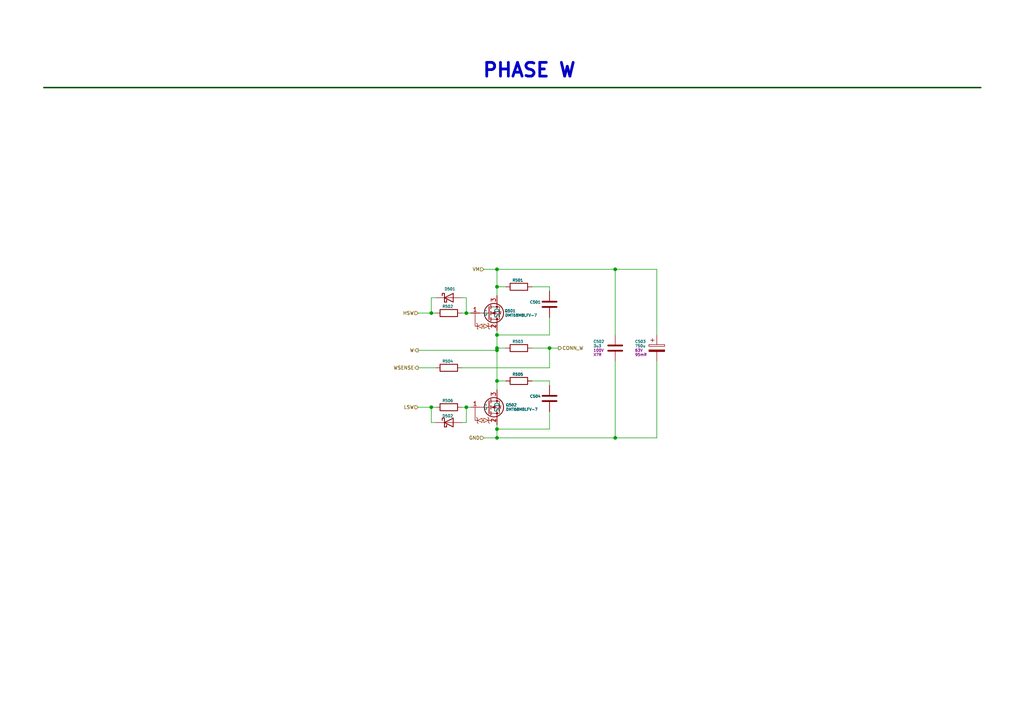
<source format=kicad_sch>
(kicad_sch (version 20211123) (generator eeschema)
  (paper "A4")
  (title_block (title "TMC6200-TA-T Eval Board") (date "2021-09-03") (rev "${REVISION}") (company "${COMPANY}") (comment 1 "${ENGINEER}") (comment 2 "${PHONE_NUMBER}") (comment 3 "${EMAIL}") (comment 4 "${SENTENCE}"))
  (lib_symbols
    (symbol "Device:C" (pin_numbers hide) (pin_names (offset 0.254))
      (property "Reference" "C" (at 0.635 2.54 0))
      (property "Value" "C" (at 0.635 -2.54 0))
      (symbol "C_0_1"
        (polyline (pts (xy -2.032 -0.762) (xy 2.032 -0.762)) (stroke (width 0.508)))
        (polyline (pts (xy -2.032 0.762) (xy 2.032 0.762)) (stroke (width 0.508)))
      )
      (symbol "C_1_1"
        (pin passive line (at 0 3.81 270) (length 2.794) (name "~") (number "1"))
        (pin passive line (at 0 -3.81 90) (length 2.794) (name "~") (number "2"))
      )
    )
    (symbol "Device:CP" (pin_numbers hide) (pin_names (offset 0.254))
      (property "Reference" "C" (at 0.635 2.54 0))
      (property "Value" "Device_CP" (at 0.635 -2.54 0))
      (symbol "CP_0_1"
        (rectangle (start -2.286 0.508) (end 2.286 1.016))
        (polyline (pts (xy -1.778 2.286) (xy -0.762 2.286)))
        (polyline (pts (xy -1.27 2.794) (xy -1.27 1.778)))
        (rectangle (start 2.286 -0.508) (end -2.286 -1.016) (fill (type outline)))
      )
      (symbol "CP_1_1"
        (pin passive line (at 0 3.81 270) (length 2.794) (name "~") (number "1"))
        (pin passive line (at 0 -3.81 90) (length 2.794) (name "~") (number "2"))
      )
    )
    (symbol "Device:D_Schottky" (pin_numbers hide) (pin_names (offset 1.016) hide)
      (property "Reference" "D" (at 0 2.54 0))
      (property "Value" "D_Schottky" (at 0 -2.54 0))
      (symbol "D_Schottky_0_1"
        (polyline (pts (xy 1.27 0) (xy -1.27 0)))
        (polyline (pts (xy 1.27 1.27) (xy 1.27 -1.27) (xy -1.27 0) (xy 1.27 1.27)) (stroke (width 0.254)))
        (polyline (pts (xy -1.905 0.635) (xy -1.905 1.27) (xy -1.27 1.27) (xy -1.27 -1.27) (xy -0.635 -1.27) (xy -0.635 -0.635)) (stroke (width 0.254)))
      )
      (symbol "D_Schottky_1_1"
        (pin passive line (at -3.81 0 0) (length 2.54) (name "K") (number "1"))
        (pin passive line (at 3.81 0 180) (length 2.54) (name "A") (number "2"))
      )
    )
    (symbol "Device:R" (pin_numbers hide) (pin_names (offset 0))
      (property "Reference" "R" (at 2.032 0 90))
      (property "Value" "R" (at 0 0 90))
      (symbol "R_0_1"
        (rectangle (start -1.016 -2.54) (end 1.016 2.54) (stroke (width 0.254)))
      )
      (symbol "R_1_1"
        (pin passive line (at 0 3.81 270) (length 1.27) (name "~") (number "1"))
        (pin passive line (at 0 -3.81 90) (length 1.27) (name "~") (number "2"))
      )
    )
    (symbol "eval_board_tmc6200-ta:DMT68M8LFV-7" (pin_names (offset 1.016))
      (property "Reference" "Q" (at 2.54 3.81 0))
      (property "Value" "DMT68M8LFV-7" (at 8.89 -3.81 0))
      (symbol "DMT68M8LFV-7_0_1"
        (polyline (pts (xy -4.191 -3.81) (xy -3.937 -3.81)))
        (polyline (pts (xy -2.413 -4.445) (xy -2.159 -4.699)))
        (polyline (pts (xy -2.413 -3.175) (xy -2.413 -4.445)))
        (polyline (pts (xy -2.286 -3.81) (xy -0.127 -3.81)))
        (polyline (pts (xy -6.35 0) (xy -6.35 -3.81) (xy -5.842 -3.81)))
        (polyline (pts (xy -4.318 -3.175) (xy -4.318 -4.445) (xy -5.588 -3.81) (xy -4.318 -3.175)) (fill (type background)))
      )
      (symbol "DMT68M8LFV-7_1_1"
        (circle (center -0.889 0) (radius 2.794) (stroke (width 0.254)))
        (circle (center 0 -1.778) (radius 0.254) (fill (type outline)))
        (polyline (pts (xy -5.969 -2.921) (xy -5.715 -3.175)))
        (polyline (pts (xy -5.715 -4.445) (xy -5.461 -4.699)))
        (polyline (pts (xy -5.715 -3.175) (xy -5.715 -4.445)))
        (polyline (pts (xy -2.667 -2.921) (xy -2.413 -3.175)))
        (polyline (pts (xy -2.286 0) (xy -5.08 0)))
        (polyline (pts (xy -2.286 1.905) (xy -2.286 -1.905)) (stroke (width 0.254)))
        (polyline (pts (xy -1.778 -1.27) (xy -1.778 -2.286)) (stroke (width 0.254)))
        (polyline (pts (xy -1.778 0.508) (xy -1.778 -0.508)) (stroke (width 0.254)))
        (polyline (pts (xy -1.778 2.286) (xy -1.778 1.27)) (stroke (width 0.254)))
        (polyline (pts (xy 0 2.54) (xy 0 1.778)))
        (polyline (pts (xy 0 -2.54) (xy 0 0) (xy -1.778 0)))
        (polyline (pts (xy -3.81 -3.175) (xy -3.81 -4.445) (xy -2.54 -3.81) (xy -3.81 -3.175)) (fill (type background)))
        (polyline (pts (xy -1.778 -1.778) (xy 0.762 -1.778) (xy 0.762 1.778) (xy -1.778 1.778)))
        (polyline (pts (xy -1.524 0) (xy -0.508 0.381) (xy -0.508 -0.381) (xy -1.524 0)) (fill (type outline)))
        (polyline (pts (xy 0.254 0.508) (xy 0.381 0.381) (xy 1.143 0.381) (xy 1.27 0.254)))
        (polyline (pts (xy 0.762 0.381) (xy 0.381 -0.254) (xy 1.143 -0.254) (xy 0.762 0.381)))
        (circle (center 0 1.778) (radius 0.254) (fill (type outline)))
        (pin input line (at -7.62 0 0) (length 2.54) (name "G") (number "1"))
        (pin passive line (at 0 -5.08 90) (length 2.54) (name "S") (number "2"))
        (pin passive line (at 0 5.08 270) (length 2.54) (name "D") (number "3"))
      )
    )
  )
  (junction (at 144.145 83.185))
  (junction (at 144.145 124.46))
  (junction (at 178.435 78.105))
  (junction (at 144.145 97.155))
  (junction (at 125.095 90.805))
  (junction (at 144.145 100.965))
  (junction (at 135.255 90.805))
  (junction (at 144.145 110.49))
  (junction (at 178.435 127))
  (junction (at 144.145 127))
  (junction (at 135.255 118.11))
  (junction (at 144.145 78.105))
  (junction (at 144.145 101.6))
  (junction (at 159.385 100.965))
  (junction (at 125.095 118.11))
  (wire (pts (xy 144.145 101.6) (xy 121.285 101.6)))
  (wire (pts (xy 135.255 122.555) (xy 135.255 118.11)))
  (wire (pts (xy 146.685 110.49) (xy 144.145 110.49)))
  (wire (pts (xy 190.5 104.775) (xy 190.5 127)))
  (wire (pts (xy 144.145 78.105) (xy 144.145 83.185)))
  (wire (pts (xy 133.985 90.805) (xy 135.255 90.805)))
  (wire (pts (xy 159.385 97.155) (xy 144.145 97.155)))
  (wire (pts (xy 144.145 83.185) (xy 144.145 85.725)))
  (wire (pts (xy 126.365 86.36) (xy 125.095 86.36)))
  (wire (pts (xy 133.985 86.36) (xy 135.255 86.36)))
  (wire (pts (xy 140.335 78.105) (xy 144.145 78.105)))
  (wire (pts (xy 125.095 86.36) (xy 125.095 90.805)))
  (wire (pts (xy 144.145 100.965) (xy 144.145 101.6)))
  (wire (pts (xy 144.145 97.155) (xy 144.145 100.965)))
  (wire (pts (xy 159.385 100.965) (xy 161.925 100.965)))
  (wire (pts (xy 144.145 110.49) (xy 144.145 113.03)))
  (wire (pts (xy 133.985 118.11) (xy 135.255 118.11)))
  (wire (pts (xy 126.365 118.11) (xy 125.095 118.11)))
  (wire (pts (xy 159.385 106.68) (xy 133.985 106.68)))
  (wire (pts (xy 178.435 78.105) (xy 178.435 97.155)))
  (wire (pts (xy 159.385 100.965) (xy 159.385 106.68)))
  (wire (pts (xy 159.385 110.49) (xy 159.385 111.76)))
  (wire (pts (xy 178.435 104.775) (xy 178.435 127)))
  (wire (pts (xy 125.095 90.805) (xy 121.285 90.805)))
  (wire (pts (xy 135.255 90.805) (xy 136.525 90.805)))
  (wire (pts (xy 190.5 78.105) (xy 178.435 78.105)))
  (wire (pts (xy 126.365 122.555) (xy 125.095 122.555)))
  (wire (pts (xy 159.385 92.075) (xy 159.385 97.155)))
  (wire (pts (xy 190.5 78.105) (xy 190.5 97.155)))
  (wire (pts (xy 144.145 123.19) (xy 144.145 124.46)))
  (wire (pts (xy 126.365 106.68) (xy 121.285 106.68)))
  (wire (pts (xy 178.435 127) (xy 144.145 127)))
  (wire (pts (xy 159.385 124.46) (xy 159.385 119.38)))
  (wire (pts (xy 125.095 122.555) (xy 125.095 118.11)))
  (wire (pts (xy 135.255 86.36) (xy 135.255 90.805)))
  (wire (pts (xy 144.145 78.105) (xy 178.435 78.105)))
  (polyline (pts (xy 12.7 25.4) (xy 284.48 25.4)) (stroke (width 0.4064) (type solid) (color 0 72 0 1)))
  (wire (pts (xy 154.305 110.49) (xy 159.385 110.49)))
  (wire (pts (xy 144.145 127) (xy 140.335 127)))
  (wire (pts (xy 146.685 83.185) (xy 144.145 83.185)))
  (wire (pts (xy 144.145 100.965) (xy 146.685 100.965)))
  (wire (pts (xy 126.365 90.805) (xy 125.095 90.805)))
  (wire (pts (xy 159.385 83.185) (xy 159.385 84.455)))
  (wire (pts (xy 154.305 100.965) (xy 159.385 100.965)))
  (wire (pts (xy 135.255 118.11) (xy 136.525 118.11)))
  (wire (pts (xy 144.145 101.6) (xy 144.145 110.49)))
  (wire (pts (xy 144.145 97.155) (xy 144.145 95.885)))
  (wire (pts (xy 144.145 124.46) (xy 159.385 124.46)))
  (wire (pts (xy 154.305 83.185) (xy 159.385 83.185)))
  (wire (pts (xy 144.145 124.46) (xy 144.145 127)))
  (wire (pts (xy 133.985 122.555) (xy 135.255 122.555)))
  (wire (pts (xy 125.095 118.11) (xy 121.285 118.11)))
  (wire (pts (xy 190.5 127) (xy 178.435 127)))
  (text "PHASE W" (at 139.7 22.86 0) (effects (font (size 3.9878 3.9878) (thickness 0.7976) bold) (justify left bottom)))
  (hierarchical_label "WSENSE" (shape output) (at 121.285 106.68 180) (effects (font (size 0.9906 0.9906))))
  (hierarchical_label "W" (shape output) (at 121.285 101.6 180) (effects (font (size 0.9906 0.9906))))
  (hierarchical_label "HSW" (shape input) (at 121.285 90.805 180) (effects (font (size 0.9906 0.9906))))
  (hierarchical_label "VM" (shape input) (at 140.335 78.105 180) (effects (font (size 0.9906 0.9906))))
  (hierarchical_label "CONN_W" (shape output) (at 161.925 100.965 0) (effects (font (size 0.9906 0.9906))))
  (hierarchical_label "LSW" (shape input) (at 121.285 118.11 180) (effects (font (size 0.9906 0.9906))))
  (hierarchical_label "GND" (shape input) (at 140.335 127 180) (effects (font (size 0.9906 0.9906))))
  (symbol (lib_id "Device:D_Schottky") (at 130.175 122.555 0) (unit 1)
    (property "Reference" "D502" (at 128.27 120.65 0) (effects (font (size 0.7874 0.7874)) (justify left)))
    (property "Value" "D_Schottky" (effects hide))
    (property "Footprint" "Diode_SMD:D_SOD-123" (effects hide))
  )
  (symbol (lib_id "Device:C") (at 178.435 100.965 180) (unit 1)
    (property "Reference" "C502" (at 172.085 99.06 0) (effects (font (size 0.7874 0.7874)) (justify right)))
    (property "Value" "3u3" (at 172.085 100.33 0) (effects (font (size 0.7874 0.7874)) (justify right)))
    (property "Footprint" "Capacitor_SMD:C_1812_4532Metric" (effects hide))
    (property "Datasheet" "https://pl.mouser.com/datasheet/2/212/KEM_C1002_X7R_SMD-1102033.pdf" (effects hide))
    (property "Manufacturer" "KEMET" (effects hide))
    (property "Package" "1812" (effects hide))
    (property "Part Number" "C1812C335K1RACTU" (effects hide))
    (property "Description" "Multilayer Ceramic Capacitors MLCC - SMD/SMT 100volts 3.3uF 10% X7R" (effects hide))
    (property "DC Voltage" "100V" (at 172.085 101.6 0) (effects (font (size 0.7874 0.7874)) (justify right)))
    (property "Isolation Material" "X7R" (at 172.085 102.87 0) (effects (font (size 0.7874 0.7874)) (justify right)))
    (property "Tolerance" "10%" (effects hide))
    (property "Class" "Class 2" (effects hide))
  )
  (symbol (lib_id "eval_board_tmc6200-ta:DMT68M8LFV-7") (at 144.145 90.805 0) (unit 1)
    (property "Reference" "Q501" (at 147.955 90.17 0) (effects (font (size 0.7874 0.7874))))
    (property "Value" "DMT68M8LFV-7" (at 151.13 91.44 0) (effects (font (size 0.7874 0.7874))))
    (property "Footprint" "eval_board_tmc6200-ta:DMT68M8LFV-7_PowerDI5060-8" (effects hide))
    (property "Datasheet" "https://pl.mouser.com/datasheet/2/115/diodes_inc_diod-s-a0007810738-1-1749126.pdf" (effects hide))
  )
  (symbol (lib_id "Device:CP") (at 190.5 100.965 0) (unit 1)
    (property "Reference" "C503" (at 184.15 99.06 0) (effects (font (size 0.7874 0.7874)) (justify left)))
    (property "Value" "750u" (at 184.15 100.33 0) (effects (font (size 0.7874 0.7874)) (justify left)))
    (property "Footprint" "Capacitor_SMD:CP_Elec_18x17.5" (effects hide))
    (property "Datasheet" "https://pl.mouser.com/datasheet/2/315/RDE0000C1255-1308107.pdf" (effects hide))
    (property "Manufacturer" "Panasonic" (effects hide))
    (property "Package" "NA" (effects hide))
    (property "Part Number" "EEE-TP1J751V" (effects hide))
    (property "Description" "Aluminum Electrolytic Capacitors - SMD 63VDC 750uF 20% SMD AEC-Q200 Vibe Proof " (effects hide))
    (property "DC Voltage" "63V" (at 184.15 101.6 0) (effects (font (size 0.7874 0.7874)) (justify left)))
    (property "ESR" "95mR" (at 184.15 102.87 0) (effects (font (size 0.7874 0.7874)) (justify left)))
    (property "Tolerance" "20%" (effects hide))
    (property "Class" "Electrolytic Capacitors " (effects hide))
  )
  (symbol (lib_id "Device:R") (at 130.175 118.11 270) (unit 1)
    (property "Reference" "R506" (at 128.27 116.205 90) (effects (font (size 0.7874 0.7874)) (justify left)))
    (property "Value" "R" (effects hide))
    (property "Footprint" "Resistor_SMD:R_0402_1005Metric" (effects hide))
  )
  (symbol (lib_id "eval_board_tmc6200-ta:DMT68M8LFV-7") (at 144.145 118.11 0) (unit 1)
    (property "Reference" "Q502" (at 146.685 117.475 0) (effects (font (size 0.7874 0.7874)) (justify left)))
    (property "Value" "DMT68M8LFV-7" (at 146.685 118.745 0) (effects (font (size 0.7874 0.7874)) (justify left)))
    (property "Footprint" "eval_board_tmc6200-ta:DMT68M8LFV-7_PowerDI5060-8" (effects hide))
    (property "Datasheet" "https://pl.mouser.com/datasheet/2/115/diodes_inc_diod-s-a0007810738-1-1749126.pdf" (effects hide))
  )
  (symbol (lib_id "Device:D_Schottky") (at 130.175 86.36 0) (unit 1)
    (property "Reference" "D501" (at 128.905 83.82 0) (effects (font (size 0.7874 0.7874)) (justify left)))
    (property "Value" "D_Schottky" (effects hide))
    (property "Footprint" "Diode_SMD:D_SOD-123" (effects hide))
  )
  (symbol (lib_id "Device:R") (at 130.175 106.68 270) (unit 1)
    (property "Reference" "R504" (at 128.27 104.775 90) (effects (font (size 0.7874 0.7874)) (justify left)))
    (property "Value" "R" (effects hide))
    (property "Footprint" "Resistor_SMD:R_0402_1005Metric" (effects hide))
  )
  (symbol (lib_id "Device:R") (at 150.495 83.185 270) (unit 1)
    (property "Reference" "R501" (at 148.59 81.28 90) (effects (font (size 0.7874 0.7874)) (justify left)))
    (property "Value" "R" (effects hide))
    (property "Footprint" "Resistor_SMD:R_0402_1005Metric" (effects hide))
  )
  (symbol (lib_id "Device:C") (at 159.385 88.265 180) (unit 1)
    (property "Reference" "C501" (at 153.67 87.63 0) (effects (font (size 0.7874 0.7874)) (justify right)))
    (property "Value" "C" (effects hide))
    (property "Footprint" "Capacitor_SMD:C_0402_1005Metric" (effects hide))
  )
  (symbol (lib_id "Device:R") (at 150.495 100.965 270) (unit 1)
    (property "Reference" "R503" (at 148.59 99.06 90) (effects (font (size 0.7874 0.7874)) (justify left)))
    (property "Value" "R" (effects hide))
    (property "Footprint" "Resistor_SMD:R_1210_3225Metric" (effects hide))
  )
  (symbol (lib_id "Device:R") (at 130.175 90.805 270) (unit 1)
    (property "Reference" "R502" (at 128.27 88.9 90) (effects (font (size 0.7874 0.7874)) (justify left)))
    (property "Value" "R" (effects hide))
    (property "Footprint" "Resistor_SMD:R_0402_1005Metric" (effects hide))
  )
  (symbol (lib_id "Device:C") (at 159.385 115.57 180) (unit 1)
    (property "Reference" "C504" (at 153.67 114.935 0) (effects (font (size 0.7874 0.7874)) (justify right)))
    (property "Value" "C" (effects hide))
    (property "Footprint" "Capacitor_SMD:C_0402_1005Metric" (effects hide))
  )
  (symbol (lib_id "Device:R") (at 150.495 110.49 270) (unit 1)
    (property "Reference" "R505" (at 148.59 108.585 90) (effects (font (size 0.7874 0.7874)) (justify left)))
    (property "Value" "R" (effects hide))
    (property "Footprint" "Resistor_SMD:R_0402_1005Metric" (effects hide))
  )
)
</source>
